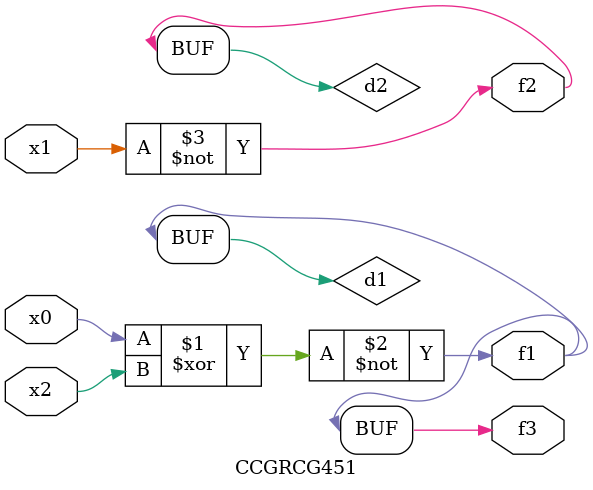
<source format=v>
module CCGRCG451(
	input x0, x1, x2,
	output f1, f2, f3
);

	wire d1, d2, d3;

	xnor (d1, x0, x2);
	nand (d2, x1);
	nor (d3, x1, x2);
	assign f1 = d1;
	assign f2 = d2;
	assign f3 = d1;
endmodule

</source>
